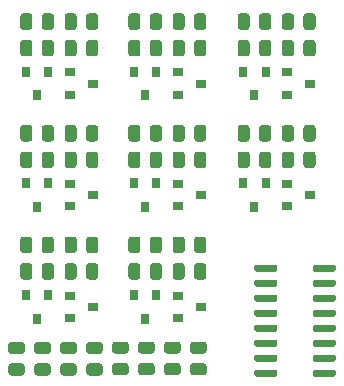
<source format=gtp>
%TF.GenerationSoftware,KiCad,Pcbnew,(5.1.9)-1*%
%TF.CreationDate,2021-08-13T19:59:19+01:00*%
%TF.ProjectId,PullUpDown,50756c6c-5570-4446-9f77-6e2e6b696361,rev?*%
%TF.SameCoordinates,Original*%
%TF.FileFunction,Paste,Top*%
%TF.FilePolarity,Positive*%
%FSLAX46Y46*%
G04 Gerber Fmt 4.6, Leading zero omitted, Abs format (unit mm)*
G04 Created by KiCad (PCBNEW (5.1.9)-1) date 2021-08-13 19:59:19*
%MOMM*%
%LPD*%
G01*
G04 APERTURE LIST*
%ADD10R,0.800000X0.900000*%
%ADD11R,0.900000X0.800000*%
G04 APERTURE END LIST*
%TO.C,R38*%
G36*
G01*
X38106002Y-60349000D02*
X37205998Y-60349000D01*
G75*
G02*
X36956000Y-60099002I0J249998D01*
G01*
X36956000Y-59573998D01*
G75*
G02*
X37205998Y-59324000I249998J0D01*
G01*
X38106002Y-59324000D01*
G75*
G02*
X38356000Y-59573998I0J-249998D01*
G01*
X38356000Y-60099002D01*
G75*
G02*
X38106002Y-60349000I-249998J0D01*
G01*
G37*
G36*
G01*
X38106002Y-58524000D02*
X37205998Y-58524000D01*
G75*
G02*
X36956000Y-58274002I0J249998D01*
G01*
X36956000Y-57748998D01*
G75*
G02*
X37205998Y-57499000I249998J0D01*
G01*
X38106002Y-57499000D01*
G75*
G02*
X38356000Y-57748998I0J-249998D01*
G01*
X38356000Y-58274002D01*
G75*
G02*
X38106002Y-58524000I-249998J0D01*
G01*
G37*
%TD*%
%TO.C,R33*%
G36*
G01*
X35906002Y-60336500D02*
X35005998Y-60336500D01*
G75*
G02*
X34756000Y-60086502I0J249998D01*
G01*
X34756000Y-59561498D01*
G75*
G02*
X35005998Y-59311500I249998J0D01*
G01*
X35906002Y-59311500D01*
G75*
G02*
X36156000Y-59561498I0J-249998D01*
G01*
X36156000Y-60086502D01*
G75*
G02*
X35906002Y-60336500I-249998J0D01*
G01*
G37*
G36*
G01*
X35906002Y-58511500D02*
X35005998Y-58511500D01*
G75*
G02*
X34756000Y-58261502I0J249998D01*
G01*
X34756000Y-57736498D01*
G75*
G02*
X35005998Y-57486500I249998J0D01*
G01*
X35906002Y-57486500D01*
G75*
G02*
X36156000Y-57736498I0J-249998D01*
G01*
X36156000Y-58261502D01*
G75*
G02*
X35906002Y-58511500I-249998J0D01*
G01*
G37*
%TD*%
%TO.C,R28*%
G36*
G01*
X33706002Y-60336500D02*
X32805998Y-60336500D01*
G75*
G02*
X32556000Y-60086502I0J249998D01*
G01*
X32556000Y-59561498D01*
G75*
G02*
X32805998Y-59311500I249998J0D01*
G01*
X33706002Y-59311500D01*
G75*
G02*
X33956000Y-59561498I0J-249998D01*
G01*
X33956000Y-60086502D01*
G75*
G02*
X33706002Y-60336500I-249998J0D01*
G01*
G37*
G36*
G01*
X33706002Y-58511500D02*
X32805998Y-58511500D01*
G75*
G02*
X32556000Y-58261502I0J249998D01*
G01*
X32556000Y-57736498D01*
G75*
G02*
X32805998Y-57486500I249998J0D01*
G01*
X33706002Y-57486500D01*
G75*
G02*
X33956000Y-57736498I0J-249998D01*
G01*
X33956000Y-58261502D01*
G75*
G02*
X33706002Y-58511500I-249998J0D01*
G01*
G37*
%TD*%
%TO.C,R23*%
G36*
G01*
X31506002Y-60336500D02*
X30605998Y-60336500D01*
G75*
G02*
X30356000Y-60086502I0J249998D01*
G01*
X30356000Y-59561498D01*
G75*
G02*
X30605998Y-59311500I249998J0D01*
G01*
X31506002Y-59311500D01*
G75*
G02*
X31756000Y-59561498I0J-249998D01*
G01*
X31756000Y-60086502D01*
G75*
G02*
X31506002Y-60336500I-249998J0D01*
G01*
G37*
G36*
G01*
X31506002Y-58511500D02*
X30605998Y-58511500D01*
G75*
G02*
X30356000Y-58261502I0J249998D01*
G01*
X30356000Y-57736498D01*
G75*
G02*
X30605998Y-57486500I249998J0D01*
G01*
X31506002Y-57486500D01*
G75*
G02*
X31756000Y-57736498I0J-249998D01*
G01*
X31756000Y-58261502D01*
G75*
G02*
X31506002Y-58511500I-249998J0D01*
G01*
G37*
%TD*%
%TO.C,R18*%
G36*
G01*
X29306002Y-60361500D02*
X28405998Y-60361500D01*
G75*
G02*
X28156000Y-60111502I0J249998D01*
G01*
X28156000Y-59586498D01*
G75*
G02*
X28405998Y-59336500I249998J0D01*
G01*
X29306002Y-59336500D01*
G75*
G02*
X29556000Y-59586498I0J-249998D01*
G01*
X29556000Y-60111502D01*
G75*
G02*
X29306002Y-60361500I-249998J0D01*
G01*
G37*
G36*
G01*
X29306002Y-58536500D02*
X28405998Y-58536500D01*
G75*
G02*
X28156000Y-58286502I0J249998D01*
G01*
X28156000Y-57761498D01*
G75*
G02*
X28405998Y-57511500I249998J0D01*
G01*
X29306002Y-57511500D01*
G75*
G02*
X29556000Y-57761498I0J-249998D01*
G01*
X29556000Y-58286502D01*
G75*
G02*
X29306002Y-58536500I-249998J0D01*
G01*
G37*
%TD*%
%TO.C,R13*%
G36*
G01*
X27106002Y-60361500D02*
X26205998Y-60361500D01*
G75*
G02*
X25956000Y-60111502I0J249998D01*
G01*
X25956000Y-59586498D01*
G75*
G02*
X26205998Y-59336500I249998J0D01*
G01*
X27106002Y-59336500D01*
G75*
G02*
X27356000Y-59586498I0J-249998D01*
G01*
X27356000Y-60111502D01*
G75*
G02*
X27106002Y-60361500I-249998J0D01*
G01*
G37*
G36*
G01*
X27106002Y-58536500D02*
X26205998Y-58536500D01*
G75*
G02*
X25956000Y-58286502I0J249998D01*
G01*
X25956000Y-57761498D01*
G75*
G02*
X26205998Y-57511500I249998J0D01*
G01*
X27106002Y-57511500D01*
G75*
G02*
X27356000Y-57761498I0J-249998D01*
G01*
X27356000Y-58286502D01*
G75*
G02*
X27106002Y-58536500I-249998J0D01*
G01*
G37*
%TD*%
%TO.C,R8*%
G36*
G01*
X24906002Y-60361500D02*
X24005998Y-60361500D01*
G75*
G02*
X23756000Y-60111502I0J249998D01*
G01*
X23756000Y-59586498D01*
G75*
G02*
X24005998Y-59336500I249998J0D01*
G01*
X24906002Y-59336500D01*
G75*
G02*
X25156000Y-59586498I0J-249998D01*
G01*
X25156000Y-60111502D01*
G75*
G02*
X24906002Y-60361500I-249998J0D01*
G01*
G37*
G36*
G01*
X24906002Y-58536500D02*
X24005998Y-58536500D01*
G75*
G02*
X23756000Y-58286502I0J249998D01*
G01*
X23756000Y-57761498D01*
G75*
G02*
X24005998Y-57511500I249998J0D01*
G01*
X24906002Y-57511500D01*
G75*
G02*
X25156000Y-57761498I0J-249998D01*
G01*
X25156000Y-58286502D01*
G75*
G02*
X24906002Y-58536500I-249998J0D01*
G01*
G37*
%TD*%
%TO.C,R3*%
G36*
G01*
X22706002Y-60361500D02*
X21805998Y-60361500D01*
G75*
G02*
X21556000Y-60111502I0J249998D01*
G01*
X21556000Y-59586498D01*
G75*
G02*
X21805998Y-59336500I249998J0D01*
G01*
X22706002Y-59336500D01*
G75*
G02*
X22956000Y-59586498I0J-249998D01*
G01*
X22956000Y-60111502D01*
G75*
G02*
X22706002Y-60361500I-249998J0D01*
G01*
G37*
G36*
G01*
X22706002Y-58536500D02*
X21805998Y-58536500D01*
G75*
G02*
X21556000Y-58286502I0J249998D01*
G01*
X21556000Y-57761498D01*
G75*
G02*
X21805998Y-57511500I249998J0D01*
G01*
X22706002Y-57511500D01*
G75*
G02*
X22956000Y-57761498I0J-249998D01*
G01*
X22956000Y-58286502D01*
G75*
G02*
X22706002Y-58536500I-249998J0D01*
G01*
G37*
%TD*%
%TO.C,U1*%
G36*
G01*
X47356000Y-51429000D02*
X47356000Y-51129000D01*
G75*
G02*
X47506000Y-50979000I150000J0D01*
G01*
X49156000Y-50979000D01*
G75*
G02*
X49306000Y-51129000I0J-150000D01*
G01*
X49306000Y-51429000D01*
G75*
G02*
X49156000Y-51579000I-150000J0D01*
G01*
X47506000Y-51579000D01*
G75*
G02*
X47356000Y-51429000I0J150000D01*
G01*
G37*
G36*
G01*
X47356000Y-52699000D02*
X47356000Y-52399000D01*
G75*
G02*
X47506000Y-52249000I150000J0D01*
G01*
X49156000Y-52249000D01*
G75*
G02*
X49306000Y-52399000I0J-150000D01*
G01*
X49306000Y-52699000D01*
G75*
G02*
X49156000Y-52849000I-150000J0D01*
G01*
X47506000Y-52849000D01*
G75*
G02*
X47356000Y-52699000I0J150000D01*
G01*
G37*
G36*
G01*
X47356000Y-53969000D02*
X47356000Y-53669000D01*
G75*
G02*
X47506000Y-53519000I150000J0D01*
G01*
X49156000Y-53519000D01*
G75*
G02*
X49306000Y-53669000I0J-150000D01*
G01*
X49306000Y-53969000D01*
G75*
G02*
X49156000Y-54119000I-150000J0D01*
G01*
X47506000Y-54119000D01*
G75*
G02*
X47356000Y-53969000I0J150000D01*
G01*
G37*
G36*
G01*
X47356000Y-55239000D02*
X47356000Y-54939000D01*
G75*
G02*
X47506000Y-54789000I150000J0D01*
G01*
X49156000Y-54789000D01*
G75*
G02*
X49306000Y-54939000I0J-150000D01*
G01*
X49306000Y-55239000D01*
G75*
G02*
X49156000Y-55389000I-150000J0D01*
G01*
X47506000Y-55389000D01*
G75*
G02*
X47356000Y-55239000I0J150000D01*
G01*
G37*
G36*
G01*
X47356000Y-56509000D02*
X47356000Y-56209000D01*
G75*
G02*
X47506000Y-56059000I150000J0D01*
G01*
X49156000Y-56059000D01*
G75*
G02*
X49306000Y-56209000I0J-150000D01*
G01*
X49306000Y-56509000D01*
G75*
G02*
X49156000Y-56659000I-150000J0D01*
G01*
X47506000Y-56659000D01*
G75*
G02*
X47356000Y-56509000I0J150000D01*
G01*
G37*
G36*
G01*
X47356000Y-57779000D02*
X47356000Y-57479000D01*
G75*
G02*
X47506000Y-57329000I150000J0D01*
G01*
X49156000Y-57329000D01*
G75*
G02*
X49306000Y-57479000I0J-150000D01*
G01*
X49306000Y-57779000D01*
G75*
G02*
X49156000Y-57929000I-150000J0D01*
G01*
X47506000Y-57929000D01*
G75*
G02*
X47356000Y-57779000I0J150000D01*
G01*
G37*
G36*
G01*
X47356000Y-59049000D02*
X47356000Y-58749000D01*
G75*
G02*
X47506000Y-58599000I150000J0D01*
G01*
X49156000Y-58599000D01*
G75*
G02*
X49306000Y-58749000I0J-150000D01*
G01*
X49306000Y-59049000D01*
G75*
G02*
X49156000Y-59199000I-150000J0D01*
G01*
X47506000Y-59199000D01*
G75*
G02*
X47356000Y-59049000I0J150000D01*
G01*
G37*
G36*
G01*
X47356000Y-60319000D02*
X47356000Y-60019000D01*
G75*
G02*
X47506000Y-59869000I150000J0D01*
G01*
X49156000Y-59869000D01*
G75*
G02*
X49306000Y-60019000I0J-150000D01*
G01*
X49306000Y-60319000D01*
G75*
G02*
X49156000Y-60469000I-150000J0D01*
G01*
X47506000Y-60469000D01*
G75*
G02*
X47356000Y-60319000I0J150000D01*
G01*
G37*
G36*
G01*
X42406000Y-60319000D02*
X42406000Y-60019000D01*
G75*
G02*
X42556000Y-59869000I150000J0D01*
G01*
X44206000Y-59869000D01*
G75*
G02*
X44356000Y-60019000I0J-150000D01*
G01*
X44356000Y-60319000D01*
G75*
G02*
X44206000Y-60469000I-150000J0D01*
G01*
X42556000Y-60469000D01*
G75*
G02*
X42406000Y-60319000I0J150000D01*
G01*
G37*
G36*
G01*
X42406000Y-59049000D02*
X42406000Y-58749000D01*
G75*
G02*
X42556000Y-58599000I150000J0D01*
G01*
X44206000Y-58599000D01*
G75*
G02*
X44356000Y-58749000I0J-150000D01*
G01*
X44356000Y-59049000D01*
G75*
G02*
X44206000Y-59199000I-150000J0D01*
G01*
X42556000Y-59199000D01*
G75*
G02*
X42406000Y-59049000I0J150000D01*
G01*
G37*
G36*
G01*
X42406000Y-57779000D02*
X42406000Y-57479000D01*
G75*
G02*
X42556000Y-57329000I150000J0D01*
G01*
X44206000Y-57329000D01*
G75*
G02*
X44356000Y-57479000I0J-150000D01*
G01*
X44356000Y-57779000D01*
G75*
G02*
X44206000Y-57929000I-150000J0D01*
G01*
X42556000Y-57929000D01*
G75*
G02*
X42406000Y-57779000I0J150000D01*
G01*
G37*
G36*
G01*
X42406000Y-56509000D02*
X42406000Y-56209000D01*
G75*
G02*
X42556000Y-56059000I150000J0D01*
G01*
X44206000Y-56059000D01*
G75*
G02*
X44356000Y-56209000I0J-150000D01*
G01*
X44356000Y-56509000D01*
G75*
G02*
X44206000Y-56659000I-150000J0D01*
G01*
X42556000Y-56659000D01*
G75*
G02*
X42406000Y-56509000I0J150000D01*
G01*
G37*
G36*
G01*
X42406000Y-55239000D02*
X42406000Y-54939000D01*
G75*
G02*
X42556000Y-54789000I150000J0D01*
G01*
X44206000Y-54789000D01*
G75*
G02*
X44356000Y-54939000I0J-150000D01*
G01*
X44356000Y-55239000D01*
G75*
G02*
X44206000Y-55389000I-150000J0D01*
G01*
X42556000Y-55389000D01*
G75*
G02*
X42406000Y-55239000I0J150000D01*
G01*
G37*
G36*
G01*
X42406000Y-53969000D02*
X42406000Y-53669000D01*
G75*
G02*
X42556000Y-53519000I150000J0D01*
G01*
X44206000Y-53519000D01*
G75*
G02*
X44356000Y-53669000I0J-150000D01*
G01*
X44356000Y-53969000D01*
G75*
G02*
X44206000Y-54119000I-150000J0D01*
G01*
X42556000Y-54119000D01*
G75*
G02*
X42406000Y-53969000I0J150000D01*
G01*
G37*
G36*
G01*
X42406000Y-52699000D02*
X42406000Y-52399000D01*
G75*
G02*
X42556000Y-52249000I150000J0D01*
G01*
X44206000Y-52249000D01*
G75*
G02*
X44356000Y-52399000I0J-150000D01*
G01*
X44356000Y-52699000D01*
G75*
G02*
X44206000Y-52849000I-150000J0D01*
G01*
X42556000Y-52849000D01*
G75*
G02*
X42406000Y-52699000I0J150000D01*
G01*
G37*
G36*
G01*
X42406000Y-51429000D02*
X42406000Y-51129000D01*
G75*
G02*
X42556000Y-50979000I150000J0D01*
G01*
X44206000Y-50979000D01*
G75*
G02*
X44356000Y-51129000I0J-150000D01*
G01*
X44356000Y-51429000D01*
G75*
G02*
X44206000Y-51579000I-150000J0D01*
G01*
X42556000Y-51579000D01*
G75*
G02*
X42406000Y-51429000I0J150000D01*
G01*
G37*
%TD*%
%TO.C,R40*%
G36*
G01*
X42800000Y-42550002D02*
X42800000Y-41649998D01*
G75*
G02*
X43049998Y-41400000I249998J0D01*
G01*
X43575002Y-41400000D01*
G75*
G02*
X43825000Y-41649998I0J-249998D01*
G01*
X43825000Y-42550002D01*
G75*
G02*
X43575002Y-42800000I-249998J0D01*
G01*
X43049998Y-42800000D01*
G75*
G02*
X42800000Y-42550002I0J249998D01*
G01*
G37*
G36*
G01*
X40975000Y-42550002D02*
X40975000Y-41649998D01*
G75*
G02*
X41224998Y-41400000I249998J0D01*
G01*
X41750002Y-41400000D01*
G75*
G02*
X42000000Y-41649998I0J-249998D01*
G01*
X42000000Y-42550002D01*
G75*
G02*
X41750002Y-42800000I-249998J0D01*
G01*
X41224998Y-42800000D01*
G75*
G02*
X40975000Y-42550002I0J249998D01*
G01*
G37*
%TD*%
%TO.C,R39*%
G36*
G01*
X42800000Y-40300002D02*
X42800000Y-39399998D01*
G75*
G02*
X43049998Y-39150000I249998J0D01*
G01*
X43575002Y-39150000D01*
G75*
G02*
X43825000Y-39399998I0J-249998D01*
G01*
X43825000Y-40300002D01*
G75*
G02*
X43575002Y-40550000I-249998J0D01*
G01*
X43049998Y-40550000D01*
G75*
G02*
X42800000Y-40300002I0J249998D01*
G01*
G37*
G36*
G01*
X40975000Y-40300002D02*
X40975000Y-39399998D01*
G75*
G02*
X41224998Y-39150000I249998J0D01*
G01*
X41750002Y-39150000D01*
G75*
G02*
X42000000Y-39399998I0J-249998D01*
G01*
X42000000Y-40300002D01*
G75*
G02*
X41750002Y-40550000I-249998J0D01*
G01*
X41224998Y-40550000D01*
G75*
G02*
X40975000Y-40300002I0J249998D01*
G01*
G37*
%TD*%
%TO.C,R37*%
G36*
G01*
X46550000Y-42550002D02*
X46550000Y-41649998D01*
G75*
G02*
X46799998Y-41400000I249998J0D01*
G01*
X47325002Y-41400000D01*
G75*
G02*
X47575000Y-41649998I0J-249998D01*
G01*
X47575000Y-42550002D01*
G75*
G02*
X47325002Y-42800000I-249998J0D01*
G01*
X46799998Y-42800000D01*
G75*
G02*
X46550000Y-42550002I0J249998D01*
G01*
G37*
G36*
G01*
X44725000Y-42550002D02*
X44725000Y-41649998D01*
G75*
G02*
X44974998Y-41400000I249998J0D01*
G01*
X45500002Y-41400000D01*
G75*
G02*
X45750000Y-41649998I0J-249998D01*
G01*
X45750000Y-42550002D01*
G75*
G02*
X45500002Y-42800000I-249998J0D01*
G01*
X44974998Y-42800000D01*
G75*
G02*
X44725000Y-42550002I0J249998D01*
G01*
G37*
%TD*%
%TO.C,R36*%
G36*
G01*
X46550000Y-40300002D02*
X46550000Y-39399998D01*
G75*
G02*
X46799998Y-39150000I249998J0D01*
G01*
X47325002Y-39150000D01*
G75*
G02*
X47575000Y-39399998I0J-249998D01*
G01*
X47575000Y-40300002D01*
G75*
G02*
X47325002Y-40550000I-249998J0D01*
G01*
X46799998Y-40550000D01*
G75*
G02*
X46550000Y-40300002I0J249998D01*
G01*
G37*
G36*
G01*
X44725000Y-40300002D02*
X44725000Y-39399998D01*
G75*
G02*
X44974998Y-39150000I249998J0D01*
G01*
X45500002Y-39150000D01*
G75*
G02*
X45750000Y-39399998I0J-249998D01*
G01*
X45750000Y-40300002D01*
G75*
G02*
X45500002Y-40550000I-249998J0D01*
G01*
X44974998Y-40550000D01*
G75*
G02*
X44725000Y-40300002I0J249998D01*
G01*
G37*
%TD*%
%TO.C,R35*%
G36*
G01*
X42800000Y-33100002D02*
X42800000Y-32199998D01*
G75*
G02*
X43049998Y-31950000I249998J0D01*
G01*
X43575002Y-31950000D01*
G75*
G02*
X43825000Y-32199998I0J-249998D01*
G01*
X43825000Y-33100002D01*
G75*
G02*
X43575002Y-33350000I-249998J0D01*
G01*
X43049998Y-33350000D01*
G75*
G02*
X42800000Y-33100002I0J249998D01*
G01*
G37*
G36*
G01*
X40975000Y-33100002D02*
X40975000Y-32199998D01*
G75*
G02*
X41224998Y-31950000I249998J0D01*
G01*
X41750002Y-31950000D01*
G75*
G02*
X42000000Y-32199998I0J-249998D01*
G01*
X42000000Y-33100002D01*
G75*
G02*
X41750002Y-33350000I-249998J0D01*
G01*
X41224998Y-33350000D01*
G75*
G02*
X40975000Y-33100002I0J249998D01*
G01*
G37*
%TD*%
%TO.C,R34*%
G36*
G01*
X42800000Y-30850002D02*
X42800000Y-29949998D01*
G75*
G02*
X43049998Y-29700000I249998J0D01*
G01*
X43575002Y-29700000D01*
G75*
G02*
X43825000Y-29949998I0J-249998D01*
G01*
X43825000Y-30850002D01*
G75*
G02*
X43575002Y-31100000I-249998J0D01*
G01*
X43049998Y-31100000D01*
G75*
G02*
X42800000Y-30850002I0J249998D01*
G01*
G37*
G36*
G01*
X40975000Y-30850002D02*
X40975000Y-29949998D01*
G75*
G02*
X41224998Y-29700000I249998J0D01*
G01*
X41750002Y-29700000D01*
G75*
G02*
X42000000Y-29949998I0J-249998D01*
G01*
X42000000Y-30850002D01*
G75*
G02*
X41750002Y-31100000I-249998J0D01*
G01*
X41224998Y-31100000D01*
G75*
G02*
X40975000Y-30850002I0J249998D01*
G01*
G37*
%TD*%
%TO.C,R32*%
G36*
G01*
X46550000Y-33100002D02*
X46550000Y-32199998D01*
G75*
G02*
X46799998Y-31950000I249998J0D01*
G01*
X47325002Y-31950000D01*
G75*
G02*
X47575000Y-32199998I0J-249998D01*
G01*
X47575000Y-33100002D01*
G75*
G02*
X47325002Y-33350000I-249998J0D01*
G01*
X46799998Y-33350000D01*
G75*
G02*
X46550000Y-33100002I0J249998D01*
G01*
G37*
G36*
G01*
X44725000Y-33100002D02*
X44725000Y-32199998D01*
G75*
G02*
X44974998Y-31950000I249998J0D01*
G01*
X45500002Y-31950000D01*
G75*
G02*
X45750000Y-32199998I0J-249998D01*
G01*
X45750000Y-33100002D01*
G75*
G02*
X45500002Y-33350000I-249998J0D01*
G01*
X44974998Y-33350000D01*
G75*
G02*
X44725000Y-33100002I0J249998D01*
G01*
G37*
%TD*%
%TO.C,R31*%
G36*
G01*
X46550000Y-30850002D02*
X46550000Y-29949998D01*
G75*
G02*
X46799998Y-29700000I249998J0D01*
G01*
X47325002Y-29700000D01*
G75*
G02*
X47575000Y-29949998I0J-249998D01*
G01*
X47575000Y-30850002D01*
G75*
G02*
X47325002Y-31100000I-249998J0D01*
G01*
X46799998Y-31100000D01*
G75*
G02*
X46550000Y-30850002I0J249998D01*
G01*
G37*
G36*
G01*
X44725000Y-30850002D02*
X44725000Y-29949998D01*
G75*
G02*
X44974998Y-29700000I249998J0D01*
G01*
X45500002Y-29700000D01*
G75*
G02*
X45750000Y-29949998I0J-249998D01*
G01*
X45750000Y-30850002D01*
G75*
G02*
X45500002Y-31100000I-249998J0D01*
G01*
X44974998Y-31100000D01*
G75*
G02*
X44725000Y-30850002I0J249998D01*
G01*
G37*
%TD*%
%TO.C,R30*%
G36*
G01*
X33550000Y-52000002D02*
X33550000Y-51099998D01*
G75*
G02*
X33799998Y-50850000I249998J0D01*
G01*
X34325002Y-50850000D01*
G75*
G02*
X34575000Y-51099998I0J-249998D01*
G01*
X34575000Y-52000002D01*
G75*
G02*
X34325002Y-52250000I-249998J0D01*
G01*
X33799998Y-52250000D01*
G75*
G02*
X33550000Y-52000002I0J249998D01*
G01*
G37*
G36*
G01*
X31725000Y-52000002D02*
X31725000Y-51099998D01*
G75*
G02*
X31974998Y-50850000I249998J0D01*
G01*
X32500002Y-50850000D01*
G75*
G02*
X32750000Y-51099998I0J-249998D01*
G01*
X32750000Y-52000002D01*
G75*
G02*
X32500002Y-52250000I-249998J0D01*
G01*
X31974998Y-52250000D01*
G75*
G02*
X31725000Y-52000002I0J249998D01*
G01*
G37*
%TD*%
%TO.C,R29*%
G36*
G01*
X33550000Y-49750002D02*
X33550000Y-48849998D01*
G75*
G02*
X33799998Y-48600000I249998J0D01*
G01*
X34325002Y-48600000D01*
G75*
G02*
X34575000Y-48849998I0J-249998D01*
G01*
X34575000Y-49750002D01*
G75*
G02*
X34325002Y-50000000I-249998J0D01*
G01*
X33799998Y-50000000D01*
G75*
G02*
X33550000Y-49750002I0J249998D01*
G01*
G37*
G36*
G01*
X31725000Y-49750002D02*
X31725000Y-48849998D01*
G75*
G02*
X31974998Y-48600000I249998J0D01*
G01*
X32500002Y-48600000D01*
G75*
G02*
X32750000Y-48849998I0J-249998D01*
G01*
X32750000Y-49750002D01*
G75*
G02*
X32500002Y-50000000I-249998J0D01*
G01*
X31974998Y-50000000D01*
G75*
G02*
X31725000Y-49750002I0J249998D01*
G01*
G37*
%TD*%
%TO.C,R27*%
G36*
G01*
X37300000Y-52000002D02*
X37300000Y-51099998D01*
G75*
G02*
X37549998Y-50850000I249998J0D01*
G01*
X38075002Y-50850000D01*
G75*
G02*
X38325000Y-51099998I0J-249998D01*
G01*
X38325000Y-52000002D01*
G75*
G02*
X38075002Y-52250000I-249998J0D01*
G01*
X37549998Y-52250000D01*
G75*
G02*
X37300000Y-52000002I0J249998D01*
G01*
G37*
G36*
G01*
X35475000Y-52000002D02*
X35475000Y-51099998D01*
G75*
G02*
X35724998Y-50850000I249998J0D01*
G01*
X36250002Y-50850000D01*
G75*
G02*
X36500000Y-51099998I0J-249998D01*
G01*
X36500000Y-52000002D01*
G75*
G02*
X36250002Y-52250000I-249998J0D01*
G01*
X35724998Y-52250000D01*
G75*
G02*
X35475000Y-52000002I0J249998D01*
G01*
G37*
%TD*%
%TO.C,R26*%
G36*
G01*
X37300000Y-49750002D02*
X37300000Y-48849998D01*
G75*
G02*
X37549998Y-48600000I249998J0D01*
G01*
X38075002Y-48600000D01*
G75*
G02*
X38325000Y-48849998I0J-249998D01*
G01*
X38325000Y-49750002D01*
G75*
G02*
X38075002Y-50000000I-249998J0D01*
G01*
X37549998Y-50000000D01*
G75*
G02*
X37300000Y-49750002I0J249998D01*
G01*
G37*
G36*
G01*
X35475000Y-49750002D02*
X35475000Y-48849998D01*
G75*
G02*
X35724998Y-48600000I249998J0D01*
G01*
X36250002Y-48600000D01*
G75*
G02*
X36500000Y-48849998I0J-249998D01*
G01*
X36500000Y-49750002D01*
G75*
G02*
X36250002Y-50000000I-249998J0D01*
G01*
X35724998Y-50000000D01*
G75*
G02*
X35475000Y-49750002I0J249998D01*
G01*
G37*
%TD*%
%TO.C,R25*%
G36*
G01*
X33550000Y-42550002D02*
X33550000Y-41649998D01*
G75*
G02*
X33799998Y-41400000I249998J0D01*
G01*
X34325002Y-41400000D01*
G75*
G02*
X34575000Y-41649998I0J-249998D01*
G01*
X34575000Y-42550002D01*
G75*
G02*
X34325002Y-42800000I-249998J0D01*
G01*
X33799998Y-42800000D01*
G75*
G02*
X33550000Y-42550002I0J249998D01*
G01*
G37*
G36*
G01*
X31725000Y-42550002D02*
X31725000Y-41649998D01*
G75*
G02*
X31974998Y-41400000I249998J0D01*
G01*
X32500002Y-41400000D01*
G75*
G02*
X32750000Y-41649998I0J-249998D01*
G01*
X32750000Y-42550002D01*
G75*
G02*
X32500002Y-42800000I-249998J0D01*
G01*
X31974998Y-42800000D01*
G75*
G02*
X31725000Y-42550002I0J249998D01*
G01*
G37*
%TD*%
%TO.C,R24*%
G36*
G01*
X33550000Y-40300002D02*
X33550000Y-39399998D01*
G75*
G02*
X33799998Y-39150000I249998J0D01*
G01*
X34325002Y-39150000D01*
G75*
G02*
X34575000Y-39399998I0J-249998D01*
G01*
X34575000Y-40300002D01*
G75*
G02*
X34325002Y-40550000I-249998J0D01*
G01*
X33799998Y-40550000D01*
G75*
G02*
X33550000Y-40300002I0J249998D01*
G01*
G37*
G36*
G01*
X31725000Y-40300002D02*
X31725000Y-39399998D01*
G75*
G02*
X31974998Y-39150000I249998J0D01*
G01*
X32500002Y-39150000D01*
G75*
G02*
X32750000Y-39399998I0J-249998D01*
G01*
X32750000Y-40300002D01*
G75*
G02*
X32500002Y-40550000I-249998J0D01*
G01*
X31974998Y-40550000D01*
G75*
G02*
X31725000Y-40300002I0J249998D01*
G01*
G37*
%TD*%
%TO.C,R22*%
G36*
G01*
X37300000Y-42550002D02*
X37300000Y-41649998D01*
G75*
G02*
X37549998Y-41400000I249998J0D01*
G01*
X38075002Y-41400000D01*
G75*
G02*
X38325000Y-41649998I0J-249998D01*
G01*
X38325000Y-42550002D01*
G75*
G02*
X38075002Y-42800000I-249998J0D01*
G01*
X37549998Y-42800000D01*
G75*
G02*
X37300000Y-42550002I0J249998D01*
G01*
G37*
G36*
G01*
X35475000Y-42550002D02*
X35475000Y-41649998D01*
G75*
G02*
X35724998Y-41400000I249998J0D01*
G01*
X36250002Y-41400000D01*
G75*
G02*
X36500000Y-41649998I0J-249998D01*
G01*
X36500000Y-42550002D01*
G75*
G02*
X36250002Y-42800000I-249998J0D01*
G01*
X35724998Y-42800000D01*
G75*
G02*
X35475000Y-42550002I0J249998D01*
G01*
G37*
%TD*%
%TO.C,R21*%
G36*
G01*
X37300000Y-40300002D02*
X37300000Y-39399998D01*
G75*
G02*
X37549998Y-39150000I249998J0D01*
G01*
X38075002Y-39150000D01*
G75*
G02*
X38325000Y-39399998I0J-249998D01*
G01*
X38325000Y-40300002D01*
G75*
G02*
X38075002Y-40550000I-249998J0D01*
G01*
X37549998Y-40550000D01*
G75*
G02*
X37300000Y-40300002I0J249998D01*
G01*
G37*
G36*
G01*
X35475000Y-40300002D02*
X35475000Y-39399998D01*
G75*
G02*
X35724998Y-39150000I249998J0D01*
G01*
X36250002Y-39150000D01*
G75*
G02*
X36500000Y-39399998I0J-249998D01*
G01*
X36500000Y-40300002D01*
G75*
G02*
X36250002Y-40550000I-249998J0D01*
G01*
X35724998Y-40550000D01*
G75*
G02*
X35475000Y-40300002I0J249998D01*
G01*
G37*
%TD*%
%TO.C,R20*%
G36*
G01*
X33550000Y-33100002D02*
X33550000Y-32199998D01*
G75*
G02*
X33799998Y-31950000I249998J0D01*
G01*
X34325002Y-31950000D01*
G75*
G02*
X34575000Y-32199998I0J-249998D01*
G01*
X34575000Y-33100002D01*
G75*
G02*
X34325002Y-33350000I-249998J0D01*
G01*
X33799998Y-33350000D01*
G75*
G02*
X33550000Y-33100002I0J249998D01*
G01*
G37*
G36*
G01*
X31725000Y-33100002D02*
X31725000Y-32199998D01*
G75*
G02*
X31974998Y-31950000I249998J0D01*
G01*
X32500002Y-31950000D01*
G75*
G02*
X32750000Y-32199998I0J-249998D01*
G01*
X32750000Y-33100002D01*
G75*
G02*
X32500002Y-33350000I-249998J0D01*
G01*
X31974998Y-33350000D01*
G75*
G02*
X31725000Y-33100002I0J249998D01*
G01*
G37*
%TD*%
%TO.C,R19*%
G36*
G01*
X33550000Y-30850002D02*
X33550000Y-29949998D01*
G75*
G02*
X33799998Y-29700000I249998J0D01*
G01*
X34325002Y-29700000D01*
G75*
G02*
X34575000Y-29949998I0J-249998D01*
G01*
X34575000Y-30850002D01*
G75*
G02*
X34325002Y-31100000I-249998J0D01*
G01*
X33799998Y-31100000D01*
G75*
G02*
X33550000Y-30850002I0J249998D01*
G01*
G37*
G36*
G01*
X31725000Y-30850002D02*
X31725000Y-29949998D01*
G75*
G02*
X31974998Y-29700000I249998J0D01*
G01*
X32500002Y-29700000D01*
G75*
G02*
X32750000Y-29949998I0J-249998D01*
G01*
X32750000Y-30850002D01*
G75*
G02*
X32500002Y-31100000I-249998J0D01*
G01*
X31974998Y-31100000D01*
G75*
G02*
X31725000Y-30850002I0J249998D01*
G01*
G37*
%TD*%
%TO.C,R17*%
G36*
G01*
X37300000Y-33100002D02*
X37300000Y-32199998D01*
G75*
G02*
X37549998Y-31950000I249998J0D01*
G01*
X38075002Y-31950000D01*
G75*
G02*
X38325000Y-32199998I0J-249998D01*
G01*
X38325000Y-33100002D01*
G75*
G02*
X38075002Y-33350000I-249998J0D01*
G01*
X37549998Y-33350000D01*
G75*
G02*
X37300000Y-33100002I0J249998D01*
G01*
G37*
G36*
G01*
X35475000Y-33100002D02*
X35475000Y-32199998D01*
G75*
G02*
X35724998Y-31950000I249998J0D01*
G01*
X36250002Y-31950000D01*
G75*
G02*
X36500000Y-32199998I0J-249998D01*
G01*
X36500000Y-33100002D01*
G75*
G02*
X36250002Y-33350000I-249998J0D01*
G01*
X35724998Y-33350000D01*
G75*
G02*
X35475000Y-33100002I0J249998D01*
G01*
G37*
%TD*%
%TO.C,R16*%
G36*
G01*
X37300000Y-30850002D02*
X37300000Y-29949998D01*
G75*
G02*
X37549998Y-29700000I249998J0D01*
G01*
X38075002Y-29700000D01*
G75*
G02*
X38325000Y-29949998I0J-249998D01*
G01*
X38325000Y-30850002D01*
G75*
G02*
X38075002Y-31100000I-249998J0D01*
G01*
X37549998Y-31100000D01*
G75*
G02*
X37300000Y-30850002I0J249998D01*
G01*
G37*
G36*
G01*
X35475000Y-30850002D02*
X35475000Y-29949998D01*
G75*
G02*
X35724998Y-29700000I249998J0D01*
G01*
X36250002Y-29700000D01*
G75*
G02*
X36500000Y-29949998I0J-249998D01*
G01*
X36500000Y-30850002D01*
G75*
G02*
X36250002Y-31100000I-249998J0D01*
G01*
X35724998Y-31100000D01*
G75*
G02*
X35475000Y-30850002I0J249998D01*
G01*
G37*
%TD*%
%TO.C,R15*%
G36*
G01*
X24400000Y-52000002D02*
X24400000Y-51099998D01*
G75*
G02*
X24649998Y-50850000I249998J0D01*
G01*
X25175002Y-50850000D01*
G75*
G02*
X25425000Y-51099998I0J-249998D01*
G01*
X25425000Y-52000002D01*
G75*
G02*
X25175002Y-52250000I-249998J0D01*
G01*
X24649998Y-52250000D01*
G75*
G02*
X24400000Y-52000002I0J249998D01*
G01*
G37*
G36*
G01*
X22575000Y-52000002D02*
X22575000Y-51099998D01*
G75*
G02*
X22824998Y-50850000I249998J0D01*
G01*
X23350002Y-50850000D01*
G75*
G02*
X23600000Y-51099998I0J-249998D01*
G01*
X23600000Y-52000002D01*
G75*
G02*
X23350002Y-52250000I-249998J0D01*
G01*
X22824998Y-52250000D01*
G75*
G02*
X22575000Y-52000002I0J249998D01*
G01*
G37*
%TD*%
%TO.C,R14*%
G36*
G01*
X24400000Y-49750002D02*
X24400000Y-48849998D01*
G75*
G02*
X24649998Y-48600000I249998J0D01*
G01*
X25175002Y-48600000D01*
G75*
G02*
X25425000Y-48849998I0J-249998D01*
G01*
X25425000Y-49750002D01*
G75*
G02*
X25175002Y-50000000I-249998J0D01*
G01*
X24649998Y-50000000D01*
G75*
G02*
X24400000Y-49750002I0J249998D01*
G01*
G37*
G36*
G01*
X22575000Y-49750002D02*
X22575000Y-48849998D01*
G75*
G02*
X22824998Y-48600000I249998J0D01*
G01*
X23350002Y-48600000D01*
G75*
G02*
X23600000Y-48849998I0J-249998D01*
G01*
X23600000Y-49750002D01*
G75*
G02*
X23350002Y-50000000I-249998J0D01*
G01*
X22824998Y-50000000D01*
G75*
G02*
X22575000Y-49750002I0J249998D01*
G01*
G37*
%TD*%
%TO.C,R12*%
G36*
G01*
X28150000Y-52000002D02*
X28150000Y-51099998D01*
G75*
G02*
X28399998Y-50850000I249998J0D01*
G01*
X28925002Y-50850000D01*
G75*
G02*
X29175000Y-51099998I0J-249998D01*
G01*
X29175000Y-52000002D01*
G75*
G02*
X28925002Y-52250000I-249998J0D01*
G01*
X28399998Y-52250000D01*
G75*
G02*
X28150000Y-52000002I0J249998D01*
G01*
G37*
G36*
G01*
X26325000Y-52000002D02*
X26325000Y-51099998D01*
G75*
G02*
X26574998Y-50850000I249998J0D01*
G01*
X27100002Y-50850000D01*
G75*
G02*
X27350000Y-51099998I0J-249998D01*
G01*
X27350000Y-52000002D01*
G75*
G02*
X27100002Y-52250000I-249998J0D01*
G01*
X26574998Y-52250000D01*
G75*
G02*
X26325000Y-52000002I0J249998D01*
G01*
G37*
%TD*%
%TO.C,R11*%
G36*
G01*
X28150000Y-49750002D02*
X28150000Y-48849998D01*
G75*
G02*
X28399998Y-48600000I249998J0D01*
G01*
X28925002Y-48600000D01*
G75*
G02*
X29175000Y-48849998I0J-249998D01*
G01*
X29175000Y-49750002D01*
G75*
G02*
X28925002Y-50000000I-249998J0D01*
G01*
X28399998Y-50000000D01*
G75*
G02*
X28150000Y-49750002I0J249998D01*
G01*
G37*
G36*
G01*
X26325000Y-49750002D02*
X26325000Y-48849998D01*
G75*
G02*
X26574998Y-48600000I249998J0D01*
G01*
X27100002Y-48600000D01*
G75*
G02*
X27350000Y-48849998I0J-249998D01*
G01*
X27350000Y-49750002D01*
G75*
G02*
X27100002Y-50000000I-249998J0D01*
G01*
X26574998Y-50000000D01*
G75*
G02*
X26325000Y-49750002I0J249998D01*
G01*
G37*
%TD*%
%TO.C,R10*%
G36*
G01*
X24400000Y-42550002D02*
X24400000Y-41649998D01*
G75*
G02*
X24649998Y-41400000I249998J0D01*
G01*
X25175002Y-41400000D01*
G75*
G02*
X25425000Y-41649998I0J-249998D01*
G01*
X25425000Y-42550002D01*
G75*
G02*
X25175002Y-42800000I-249998J0D01*
G01*
X24649998Y-42800000D01*
G75*
G02*
X24400000Y-42550002I0J249998D01*
G01*
G37*
G36*
G01*
X22575000Y-42550002D02*
X22575000Y-41649998D01*
G75*
G02*
X22824998Y-41400000I249998J0D01*
G01*
X23350002Y-41400000D01*
G75*
G02*
X23600000Y-41649998I0J-249998D01*
G01*
X23600000Y-42550002D01*
G75*
G02*
X23350002Y-42800000I-249998J0D01*
G01*
X22824998Y-42800000D01*
G75*
G02*
X22575000Y-42550002I0J249998D01*
G01*
G37*
%TD*%
%TO.C,R9*%
G36*
G01*
X24400000Y-40300002D02*
X24400000Y-39399998D01*
G75*
G02*
X24649998Y-39150000I249998J0D01*
G01*
X25175002Y-39150000D01*
G75*
G02*
X25425000Y-39399998I0J-249998D01*
G01*
X25425000Y-40300002D01*
G75*
G02*
X25175002Y-40550000I-249998J0D01*
G01*
X24649998Y-40550000D01*
G75*
G02*
X24400000Y-40300002I0J249998D01*
G01*
G37*
G36*
G01*
X22575000Y-40300002D02*
X22575000Y-39399998D01*
G75*
G02*
X22824998Y-39150000I249998J0D01*
G01*
X23350002Y-39150000D01*
G75*
G02*
X23600000Y-39399998I0J-249998D01*
G01*
X23600000Y-40300002D01*
G75*
G02*
X23350002Y-40550000I-249998J0D01*
G01*
X22824998Y-40550000D01*
G75*
G02*
X22575000Y-40300002I0J249998D01*
G01*
G37*
%TD*%
%TO.C,R7*%
G36*
G01*
X28150000Y-42550002D02*
X28150000Y-41649998D01*
G75*
G02*
X28399998Y-41400000I249998J0D01*
G01*
X28925002Y-41400000D01*
G75*
G02*
X29175000Y-41649998I0J-249998D01*
G01*
X29175000Y-42550002D01*
G75*
G02*
X28925002Y-42800000I-249998J0D01*
G01*
X28399998Y-42800000D01*
G75*
G02*
X28150000Y-42550002I0J249998D01*
G01*
G37*
G36*
G01*
X26325000Y-42550002D02*
X26325000Y-41649998D01*
G75*
G02*
X26574998Y-41400000I249998J0D01*
G01*
X27100002Y-41400000D01*
G75*
G02*
X27350000Y-41649998I0J-249998D01*
G01*
X27350000Y-42550002D01*
G75*
G02*
X27100002Y-42800000I-249998J0D01*
G01*
X26574998Y-42800000D01*
G75*
G02*
X26325000Y-42550002I0J249998D01*
G01*
G37*
%TD*%
%TO.C,R6*%
G36*
G01*
X28150000Y-40300002D02*
X28150000Y-39399998D01*
G75*
G02*
X28399998Y-39150000I249998J0D01*
G01*
X28925002Y-39150000D01*
G75*
G02*
X29175000Y-39399998I0J-249998D01*
G01*
X29175000Y-40300002D01*
G75*
G02*
X28925002Y-40550000I-249998J0D01*
G01*
X28399998Y-40550000D01*
G75*
G02*
X28150000Y-40300002I0J249998D01*
G01*
G37*
G36*
G01*
X26325000Y-40300002D02*
X26325000Y-39399998D01*
G75*
G02*
X26574998Y-39150000I249998J0D01*
G01*
X27100002Y-39150000D01*
G75*
G02*
X27350000Y-39399998I0J-249998D01*
G01*
X27350000Y-40300002D01*
G75*
G02*
X27100002Y-40550000I-249998J0D01*
G01*
X26574998Y-40550000D01*
G75*
G02*
X26325000Y-40300002I0J249998D01*
G01*
G37*
%TD*%
D10*
%TO.C,Q16*%
X42400000Y-46100000D03*
X41450000Y-44100000D03*
X43350000Y-44100000D03*
%TD*%
D11*
%TO.C,Q15*%
X47150000Y-45100000D03*
X45150000Y-46050000D03*
X45150000Y-44150000D03*
%TD*%
D10*
%TO.C,Q14*%
X42400000Y-36650000D03*
X41450000Y-34650000D03*
X43350000Y-34650000D03*
%TD*%
D11*
%TO.C,Q13*%
X47150000Y-35650000D03*
X45150000Y-36600000D03*
X45150000Y-34700000D03*
%TD*%
D10*
%TO.C,Q12*%
X33150000Y-55550000D03*
X32200000Y-53550000D03*
X34100000Y-53550000D03*
%TD*%
D11*
%TO.C,Q11*%
X37900000Y-54550000D03*
X35900000Y-55500000D03*
X35900000Y-53600000D03*
%TD*%
D10*
%TO.C,Q10*%
X33150000Y-46100000D03*
X32200000Y-44100000D03*
X34100000Y-44100000D03*
%TD*%
D11*
%TO.C,Q9*%
X37900000Y-45100000D03*
X35900000Y-46050000D03*
X35900000Y-44150000D03*
%TD*%
D10*
%TO.C,Q8*%
X33150000Y-36650000D03*
X32200000Y-34650000D03*
X34100000Y-34650000D03*
%TD*%
D11*
%TO.C,Q7*%
X37900000Y-35650000D03*
X35900000Y-36600000D03*
X35900000Y-34700000D03*
%TD*%
D10*
%TO.C,Q6*%
X24000000Y-55550000D03*
X23050000Y-53550000D03*
X24950000Y-53550000D03*
%TD*%
D11*
%TO.C,Q5*%
X28750000Y-54550000D03*
X26750000Y-55500000D03*
X26750000Y-53600000D03*
%TD*%
D10*
%TO.C,Q4*%
X24000000Y-46100000D03*
X23050000Y-44100000D03*
X24950000Y-44100000D03*
%TD*%
D11*
%TO.C,Q3*%
X28750000Y-45100000D03*
X26750000Y-46050000D03*
X26750000Y-44150000D03*
%TD*%
%TO.C,R5*%
G36*
G01*
X24400000Y-33100002D02*
X24400000Y-32199998D01*
G75*
G02*
X24649998Y-31950000I249998J0D01*
G01*
X25175002Y-31950000D01*
G75*
G02*
X25425000Y-32199998I0J-249998D01*
G01*
X25425000Y-33100002D01*
G75*
G02*
X25175002Y-33350000I-249998J0D01*
G01*
X24649998Y-33350000D01*
G75*
G02*
X24400000Y-33100002I0J249998D01*
G01*
G37*
G36*
G01*
X22575000Y-33100002D02*
X22575000Y-32199998D01*
G75*
G02*
X22824998Y-31950000I249998J0D01*
G01*
X23350002Y-31950000D01*
G75*
G02*
X23600000Y-32199998I0J-249998D01*
G01*
X23600000Y-33100002D01*
G75*
G02*
X23350002Y-33350000I-249998J0D01*
G01*
X22824998Y-33350000D01*
G75*
G02*
X22575000Y-33100002I0J249998D01*
G01*
G37*
%TD*%
%TO.C,R4*%
G36*
G01*
X24400000Y-30850002D02*
X24400000Y-29949998D01*
G75*
G02*
X24649998Y-29700000I249998J0D01*
G01*
X25175002Y-29700000D01*
G75*
G02*
X25425000Y-29949998I0J-249998D01*
G01*
X25425000Y-30850002D01*
G75*
G02*
X25175002Y-31100000I-249998J0D01*
G01*
X24649998Y-31100000D01*
G75*
G02*
X24400000Y-30850002I0J249998D01*
G01*
G37*
G36*
G01*
X22575000Y-30850002D02*
X22575000Y-29949998D01*
G75*
G02*
X22824998Y-29700000I249998J0D01*
G01*
X23350002Y-29700000D01*
G75*
G02*
X23600000Y-29949998I0J-249998D01*
G01*
X23600000Y-30850002D01*
G75*
G02*
X23350002Y-31100000I-249998J0D01*
G01*
X22824998Y-31100000D01*
G75*
G02*
X22575000Y-30850002I0J249998D01*
G01*
G37*
%TD*%
%TO.C,R2*%
G36*
G01*
X28150000Y-33100002D02*
X28150000Y-32199998D01*
G75*
G02*
X28399998Y-31950000I249998J0D01*
G01*
X28925002Y-31950000D01*
G75*
G02*
X29175000Y-32199998I0J-249998D01*
G01*
X29175000Y-33100002D01*
G75*
G02*
X28925002Y-33350000I-249998J0D01*
G01*
X28399998Y-33350000D01*
G75*
G02*
X28150000Y-33100002I0J249998D01*
G01*
G37*
G36*
G01*
X26325000Y-33100002D02*
X26325000Y-32199998D01*
G75*
G02*
X26574998Y-31950000I249998J0D01*
G01*
X27100002Y-31950000D01*
G75*
G02*
X27350000Y-32199998I0J-249998D01*
G01*
X27350000Y-33100002D01*
G75*
G02*
X27100002Y-33350000I-249998J0D01*
G01*
X26574998Y-33350000D01*
G75*
G02*
X26325000Y-33100002I0J249998D01*
G01*
G37*
%TD*%
%TO.C,R1*%
G36*
G01*
X28150000Y-30850002D02*
X28150000Y-29949998D01*
G75*
G02*
X28399998Y-29700000I249998J0D01*
G01*
X28925002Y-29700000D01*
G75*
G02*
X29175000Y-29949998I0J-249998D01*
G01*
X29175000Y-30850002D01*
G75*
G02*
X28925002Y-31100000I-249998J0D01*
G01*
X28399998Y-31100000D01*
G75*
G02*
X28150000Y-30850002I0J249998D01*
G01*
G37*
G36*
G01*
X26325000Y-30850002D02*
X26325000Y-29949998D01*
G75*
G02*
X26574998Y-29700000I249998J0D01*
G01*
X27100002Y-29700000D01*
G75*
G02*
X27350000Y-29949998I0J-249998D01*
G01*
X27350000Y-30850002D01*
G75*
G02*
X27100002Y-31100000I-249998J0D01*
G01*
X26574998Y-31100000D01*
G75*
G02*
X26325000Y-30850002I0J249998D01*
G01*
G37*
%TD*%
D10*
%TO.C,Q2*%
X24000000Y-36650000D03*
X23050000Y-34650000D03*
X24950000Y-34650000D03*
%TD*%
D11*
%TO.C,Q1*%
X28750000Y-35650000D03*
X26750000Y-36600000D03*
X26750000Y-34700000D03*
%TD*%
M02*

</source>
